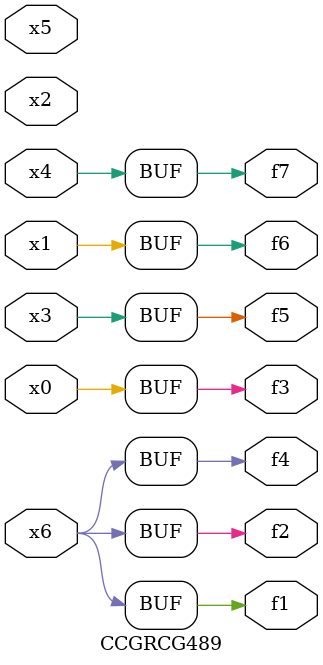
<source format=v>
module CCGRCG489(
	input x0, x1, x2, x3, x4, x5, x6,
	output f1, f2, f3, f4, f5, f6, f7
);
	assign f1 = x6;
	assign f2 = x6;
	assign f3 = x0;
	assign f4 = x6;
	assign f5 = x3;
	assign f6 = x1;
	assign f7 = x4;
endmodule

</source>
